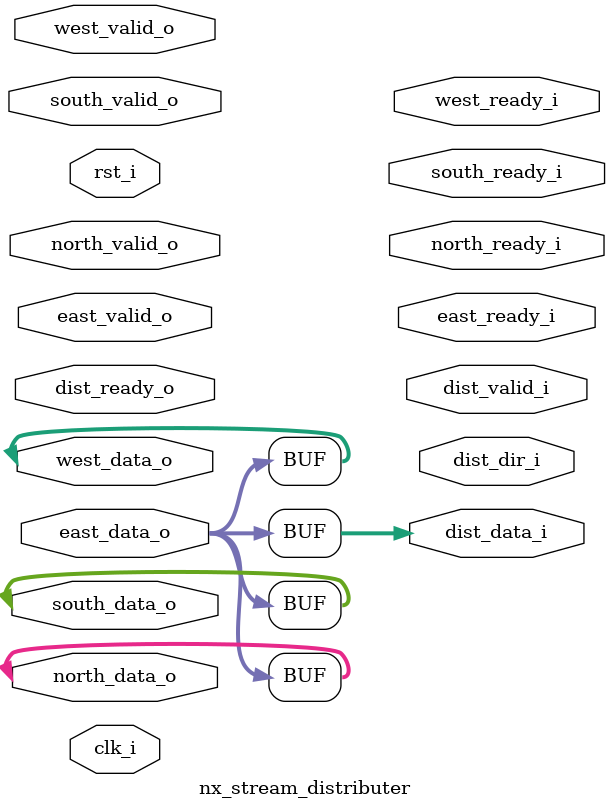
<source format=sv>

`include "nx_common.svh"

module nx_stream_distributer #(
    parameter STREAM_WIDTH = 32
) (
      input  logic                    clk_i
    , input  logic                    rst_i
    // Inbound message stream
    , output logic [STREAM_WIDTH-1:0] dist_data_i
    , output logic [             1:0] dist_dir_i
    , output logic                    dist_valid_i
    , input  logic                    dist_ready_o
    // Outbound distributed message streams
    // - North
    , input  logic [STREAM_WIDTH-1:0] north_data_o
    , input  logic                    north_valid_o
    , output logic                    north_ready_i
    // - East
    , input  logic [STREAM_WIDTH-1:0] east_data_o
    , input  logic                    east_valid_o
    , output logic                    east_ready_i
    // - South
    , input  logic [STREAM_WIDTH-1:0] south_data_o
    , input  logic                    south_valid_o
    , output logic                    south_ready_i
    // - West
    , input  logic [STREAM_WIDTH-1:0] west_data_o
    , input  logic                    west_valid_o
    , output logic                    west_ready_i
);

// Constants and enumerations
typedef enum logic [1:0] {
      NORTH
    , EAST
    , SOUTH
    , WEST
} dist_dir_t;

// Construct outputs
assign north_data_o  = dist_data_i;
assign north_valid_o = dist_valid_i && (dist_dir_i == NORTH);

assign east_data_o   = dist_data_i;
assign east_valid_o  = dist_valid_i && (dist_dir_i == EAST);

assign south_data_o  = dist_data_i;
assign south_valid_o = dist_valid_i && (dist_dir_i == SOUTH);

assign west_data_o   = dist_data_i;
assign west_valid_o  = dist_valid_i && (dist_dir_i == WEST);

assign dist_ready_o = (
     (dist_dir_i == NORTH) ? north_ready_i :
    ((dist_dir_i == EAST ) ? east_ready_i  :
    ((dist_dir_i == SOUTH) ? south_ready_i :
                             west_ready_i))
);

endmodule : nx_stream_distributer

</source>
